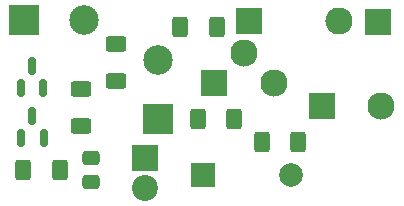
<source format=gbr>
%TF.GenerationSoftware,KiCad,Pcbnew,7.0.9*%
%TF.CreationDate,2023-11-29T13:30:04+01:00*%
%TF.ProjectId,Wzmacniacz r__nicowy do PW3015 ver.3,577a6d61-636e-4696-9163-7a2072f37c6e,rev?*%
%TF.SameCoordinates,Original*%
%TF.FileFunction,Soldermask,Bot*%
%TF.FilePolarity,Negative*%
%FSLAX46Y46*%
G04 Gerber Fmt 4.6, Leading zero omitted, Abs format (unit mm)*
G04 Created by KiCad (PCBNEW 7.0.9) date 2023-11-29 13:30:04*
%MOMM*%
%LPD*%
G01*
G04 APERTURE LIST*
G04 Aperture macros list*
%AMRoundRect*
0 Rectangle with rounded corners*
0 $1 Rounding radius*
0 $2 $3 $4 $5 $6 $7 $8 $9 X,Y pos of 4 corners*
0 Add a 4 corners polygon primitive as box body*
4,1,4,$2,$3,$4,$5,$6,$7,$8,$9,$2,$3,0*
0 Add four circle primitives for the rounded corners*
1,1,$1+$1,$2,$3*
1,1,$1+$1,$4,$5*
1,1,$1+$1,$6,$7*
1,1,$1+$1,$8,$9*
0 Add four rect primitives between the rounded corners*
20,1,$1+$1,$2,$3,$4,$5,0*
20,1,$1+$1,$4,$5,$6,$7,0*
20,1,$1+$1,$6,$7,$8,$9,0*
20,1,$1+$1,$8,$9,$2,$3,0*%
G04 Aperture macros list end*
%ADD10R,2.300000X2.300000*%
%ADD11O,2.300000X2.300000*%
%ADD12R,2.000000X2.000000*%
%ADD13C,2.000000*%
%ADD14C,2.300000*%
%ADD15R,2.200000X2.200000*%
%ADD16C,2.200000*%
%ADD17R,2.500000X2.500000*%
%ADD18C,2.500000*%
%ADD19RoundRect,0.250000X0.400000X0.625000X-0.400000X0.625000X-0.400000X-0.625000X0.400000X-0.625000X0*%
%ADD20RoundRect,0.250000X0.625000X-0.400000X0.625000X0.400000X-0.625000X0.400000X-0.625000X-0.400000X0*%
%ADD21RoundRect,0.150000X0.150000X-0.587500X0.150000X0.587500X-0.150000X0.587500X-0.150000X-0.587500X0*%
%ADD22RoundRect,0.250000X-0.400000X-0.625000X0.400000X-0.625000X0.400000X0.625000X-0.400000X0.625000X0*%
%ADD23RoundRect,0.250000X-0.475000X0.337500X-0.475000X-0.337500X0.475000X-0.337500X0.475000X0.337500X0*%
G04 APERTURE END LIST*
D10*
%TO.C,D2*%
X185285000Y-94500000D03*
D11*
X192905000Y-94500000D03*
%TD*%
D10*
%TO.C,J2*%
X196200000Y-94575000D03*
%TD*%
D12*
%TO.C,C8*%
X181382323Y-107500000D03*
D13*
X188882323Y-107500000D03*
%TD*%
D10*
%TO.C,C4*%
X191500000Y-101700000D03*
D14*
X196500000Y-101700000D03*
%TD*%
D15*
%TO.C,Q2*%
X182360000Y-99740000D03*
D14*
X184900000Y-97200000D03*
X187440000Y-99740000D03*
%TD*%
D15*
%TO.C,D1*%
X176500000Y-106100000D03*
D16*
X176500000Y-108640000D03*
%TD*%
D17*
%TO.C,J3*%
X166275000Y-94375000D03*
D18*
X171355000Y-94375000D03*
%TD*%
D17*
%TO.C,C2*%
X177600000Y-102800000D03*
D18*
X177600000Y-97800000D03*
%TD*%
D19*
%TO.C,R1*%
X169250000Y-107100000D03*
X166150000Y-107100000D03*
%TD*%
D20*
%TO.C,R3*%
X174000000Y-99550000D03*
X174000000Y-96450000D03*
%TD*%
D21*
%TO.C,Q1*%
X167900000Y-104400000D03*
X166000000Y-104400000D03*
X166950000Y-102525000D03*
%TD*%
D22*
%TO.C,R10*%
X186350000Y-104700000D03*
X189450000Y-104700000D03*
%TD*%
D21*
%TO.C,Q9*%
X167850000Y-100175000D03*
X165950000Y-100175000D03*
X166900000Y-98300000D03*
%TD*%
D20*
%TO.C,R2*%
X171100000Y-103350000D03*
X171100000Y-100250000D03*
%TD*%
D22*
%TO.C,R11*%
X180950000Y-102800000D03*
X184050000Y-102800000D03*
%TD*%
%TO.C,R4*%
X179450000Y-95000000D03*
X182550000Y-95000000D03*
%TD*%
D23*
%TO.C,C9*%
X171900000Y-106062500D03*
X171900000Y-108137500D03*
%TD*%
M02*

</source>
